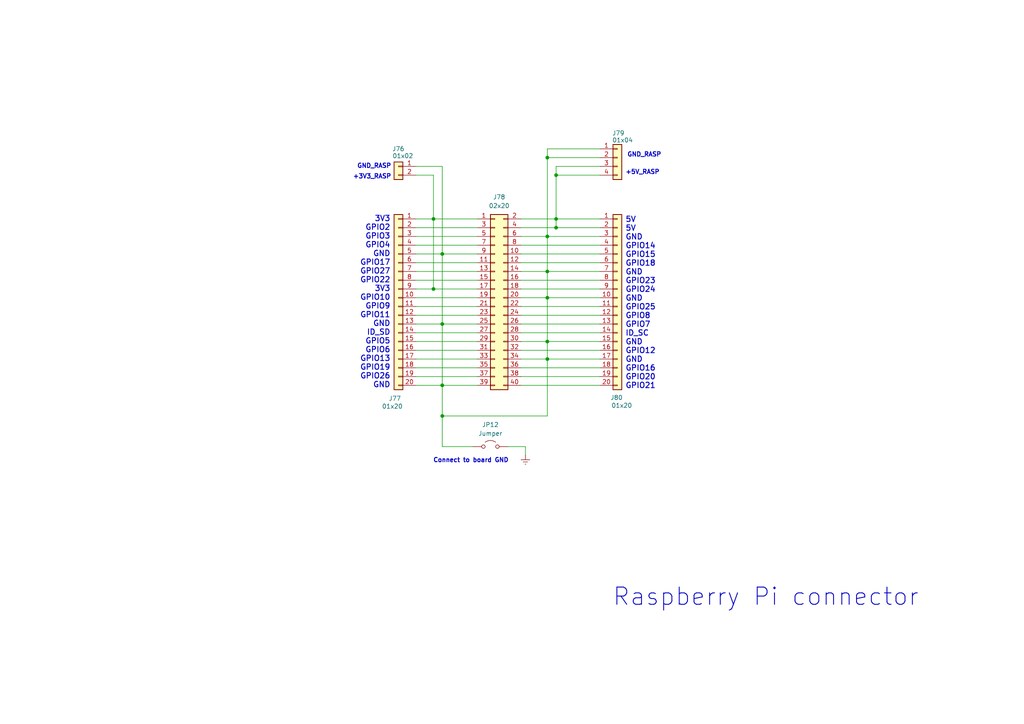
<source format=kicad_sch>
(kicad_sch (version 20231120) (generator "eeschema") (generator_version "8.0")
  (paper "A4")
  (title_block (title "ProtoConn Schematics") (date "2024-12-01") (rev "1") (company "@pakequis"))
  (lib_symbols
    (symbol "Connector_Generic:Conn_01x02" (pin_names (offset 1.016) hide)
      (property "Reference" "J" (at 0 2.54 0))
      (property "Value" "Conn_01x02" (at 0 -5.08 0))
      (symbol "Conn_01x02_1_1"
        (rectangle (start -1.27 -2.413) (end 0 -2.667) (stroke (width 0.1524)))
        (rectangle (start -1.27 0.127) (end 0 -0.127) (stroke (width 0.1524)))
        (rectangle (start -1.27 1.27) (end 1.27 -3.81) (stroke (width 0.254)) (fill (type background)))
        (pin passive line (at -5.08 0 0) (length 3.81) (name "Pin_1") (number "1"))
        (pin passive line (at -5.08 -2.54 0) (length 3.81) (name "Pin_2") (number "2"))
      )
    )
    (symbol "Connector_Generic:Conn_01x04" (pin_names (offset 1.016) hide)
      (property "Reference" "J" (at 0 5.08 0))
      (property "Value" "Conn_01x04" (at 0 -7.62 0))
      (symbol "Conn_01x04_1_1"
        (rectangle (start -1.27 -4.953) (end 0 -5.207) (stroke (width 0.1524)))
        (rectangle (start -1.27 -2.413) (end 0 -2.667) (stroke (width 0.1524)))
        (rectangle (start -1.27 0.127) (end 0 -0.127) (stroke (width 0.1524)))
        (rectangle (start -1.27 2.667) (end 0 2.413) (stroke (width 0.1524)))
        (rectangle (start -1.27 3.81) (end 1.27 -6.35) (stroke (width 0.254)) (fill (type background)))
        (pin passive line (at -5.08 2.54 0) (length 3.81) (name "Pin_1") (number "1"))
        (pin passive line (at -5.08 0 0) (length 3.81) (name "Pin_2") (number "2"))
        (pin passive line (at -5.08 -2.54 0) (length 3.81) (name "Pin_3") (number "3"))
        (pin passive line (at -5.08 -5.08 0) (length 3.81) (name "Pin_4") (number "4"))
      )
    )
    (symbol "Connector_Generic:Conn_01x20" (pin_names (offset 1.016) hide)
      (property "Reference" "J" (at 0 25.4 0))
      (property "Value" "Conn_01x20" (at 0 -27.94 0))
      (symbol "Conn_01x20_1_1"
        (rectangle (start -1.27 -25.273) (end 0 -25.527) (stroke (width 0.1524)))
        (rectangle (start -1.27 -22.733) (end 0 -22.987) (stroke (width 0.1524)))
        (rectangle (start -1.27 -20.193) (end 0 -20.447) (stroke (width 0.1524)))
        (rectangle (start -1.27 -17.653) (end 0 -17.907) (stroke (width 0.1524)))
        (rectangle (start -1.27 -15.113) (end 0 -15.367) (stroke (width 0.1524)))
        (rectangle (start -1.27 -12.573) (end 0 -12.827) (stroke (width 0.1524)))
        (rectangle (start -1.27 -10.033) (end 0 -10.287) (stroke (width 0.1524)))
        (rectangle (start -1.27 -7.493) (end 0 -7.747) (stroke (width 0.1524)))
        (rectangle (start -1.27 -4.953) (end 0 -5.207) (stroke (width 0.1524)))
        (rectangle (start -1.27 -2.413) (end 0 -2.667) (stroke (width 0.1524)))
        (rectangle (start -1.27 0.127) (end 0 -0.127) (stroke (width 0.1524)))
        (rectangle (start -1.27 2.667) (end 0 2.413) (stroke (width 0.1524)))
        (rectangle (start -1.27 5.207) (end 0 4.953) (stroke (width 0.1524)))
        (rectangle (start -1.27 7.747) (end 0 7.493) (stroke (width 0.1524)))
        (rectangle (start -1.27 10.287) (end 0 10.033) (stroke (width 0.1524)))
        (rectangle (start -1.27 12.827) (end 0 12.573) (stroke (width 0.1524)))
        (rectangle (start -1.27 15.367) (end 0 15.113) (stroke (width 0.1524)))
        (rectangle (start -1.27 17.907) (end 0 17.653) (stroke (width 0.1524)))
        (rectangle (start -1.27 20.447) (end 0 20.193) (stroke (width 0.1524)))
        (rectangle (start -1.27 22.987) (end 0 22.733) (stroke (width 0.1524)))
        (rectangle (start -1.27 24.13) (end 1.27 -26.67) (stroke (width 0.254)) (fill (type background)))
        (pin passive line (at -5.08 22.86 0) (length 3.81) (name "Pin_1") (number "1"))
        (pin passive line (at -5.08 0 0) (length 3.81) (name "Pin_10") (number "10"))
        (pin passive line (at -5.08 -2.54 0) (length 3.81) (name "Pin_11") (number "11"))
        (pin passive line (at -5.08 -5.08 0) (length 3.81) (name "Pin_12") (number "12"))
        (pin passive line (at -5.08 -7.62 0) (length 3.81) (name "Pin_13") (number "13"))
        (pin passive line (at -5.08 -10.16 0) (length 3.81) (name "Pin_14") (number "14"))
        (pin passive line (at -5.08 -12.7 0) (length 3.81) (name "Pin_15") (number "15"))
        (pin passive line (at -5.08 -15.24 0) (length 3.81) (name "Pin_16") (number "16"))
        (pin passive line (at -5.08 -17.78 0) (length 3.81) (name "Pin_17") (number "17"))
        (pin passive line (at -5.08 -20.32 0) (length 3.81) (name "Pin_18") (number "18"))
        (pin passive line (at -5.08 -22.86 0) (length 3.81) (name "Pin_19") (number "19"))
        (pin passive line (at -5.08 20.32 0) (length 3.81) (name "Pin_2") (number "2"))
        (pin passive line (at -5.08 -25.4 0) (length 3.81) (name "Pin_20") (number "20"))
        (pin passive line (at -5.08 17.78 0) (length 3.81) (name "Pin_3") (number "3"))
        (pin passive line (at -5.08 15.24 0) (length 3.81) (name "Pin_4") (number "4"))
        (pin passive line (at -5.08 12.7 0) (length 3.81) (name "Pin_5") (number "5"))
        (pin passive line (at -5.08 10.16 0) (length 3.81) (name "Pin_6") (number "6"))
        (pin passive line (at -5.08 7.62 0) (length 3.81) (name "Pin_7") (number "7"))
        (pin passive line (at -5.08 5.08 0) (length 3.81) (name "Pin_8") (number "8"))
        (pin passive line (at -5.08 2.54 0) (length 3.81) (name "Pin_9") (number "9"))
      )
    )
    (symbol "Connector_Generic:Conn_02x20_Odd_Even" (pin_names (offset 1.016) hide)
      (property "Reference" "J" (at 1.27 25.4 0))
      (property "Value" "Conn_02x20_Odd_Even" (at 1.27 -27.94 0))
      (symbol "Conn_02x20_Odd_Even_1_1"
        (rectangle (start -1.27 -25.273) (end 0 -25.527) (stroke (width 0.1524)))
        (rectangle (start -1.27 -22.733) (end 0 -22.987) (stroke (width 0.1524)))
        (rectangle (start -1.27 -20.193) (end 0 -20.447) (stroke (width 0.1524)))
        (rectangle (start -1.27 -17.653) (end 0 -17.907) (stroke (width 0.1524)))
        (rectangle (start -1.27 -15.113) (end 0 -15.367) (stroke (width 0.1524)))
        (rectangle (start -1.27 -12.573) (end 0 -12.827) (stroke (width 0.1524)))
        (rectangle (start -1.27 -10.033) (end 0 -10.287) (stroke (width 0.1524)))
        (rectangle (start -1.27 -7.493) (end 0 -7.747) (stroke (width 0.1524)))
        (rectangle (start -1.27 -4.953) (end 0 -5.207) (stroke (width 0.1524)))
        (rectangle (start -1.27 -2.413) (end 0 -2.667) (stroke (width 0.1524)))
        (rectangle (start -1.27 0.127) (end 0 -0.127) (stroke (width 0.1524)))
        (rectangle (start -1.27 2.667) (end 0 2.413) (stroke (width 0.1524)))
        (rectangle (start -1.27 5.207) (end 0 4.953) (stroke (width 0.1524)))
        (rectangle (start -1.27 7.747) (end 0 7.493) (stroke (width 0.1524)))
        (rectangle (start -1.27 10.287) (end 0 10.033) (stroke (width 0.1524)))
        (rectangle (start -1.27 12.827) (end 0 12.573) (stroke (width 0.1524)))
        (rectangle (start -1.27 15.367) (end 0 15.113) (stroke (width 0.1524)))
        (rectangle (start -1.27 17.907) (end 0 17.653) (stroke (width 0.1524)))
        (rectangle (start -1.27 20.447) (end 0 20.193) (stroke (width 0.1524)))
        (rectangle (start -1.27 22.987) (end 0 22.733) (stroke (width 0.1524)))
        (rectangle (start -1.27 24.13) (end 3.81 -26.67) (stroke (width 0.254)) (fill (type background)))
        (rectangle (start 3.81 -25.273) (end 2.54 -25.527) (stroke (width 0.1524)))
        (rectangle (start 3.81 -22.733) (end 2.54 -22.987) (stroke (width 0.1524)))
        (rectangle (start 3.81 -20.193) (end 2.54 -20.447) (stroke (width 0.1524)))
        (rectangle (start 3.81 -17.653) (end 2.54 -17.907) (stroke (width 0.1524)))
        (rectangle (start 3.81 -15.113) (end 2.54 -15.367) (stroke (width 0.1524)))
        (rectangle (start 3.81 -12.573) (end 2.54 -12.827) (stroke (width 0.1524)))
        (rectangle (start 3.81 -10.033) (end 2.54 -10.287) (stroke (width 0.1524)))
        (rectangle (start 3.81 -7.493) (end 2.54 -7.747) (stroke (width 0.1524)))
        (rectangle (start 3.81 -4.953) (end 2.54 -5.207) (stroke (width 0.1524)))
        (rectangle (start 3.81 -2.413) (end 2.54 -2.667) (stroke (width 0.1524)))
        (rectangle (start 3.81 0.127) (end 2.54 -0.127) (stroke (width 0.1524)))
        (rectangle (start 3.81 2.667) (end 2.54 2.413) (stroke (width 0.1524)))
        (rectangle (start 3.81 5.207) (end 2.54 4.953) (stroke (width 0.1524)))
        (rectangle (start 3.81 7.747) (end 2.54 7.493) (stroke (width 0.1524)))
        (rectangle (start 3.81 10.287) (end 2.54 10.033) (stroke (width 0.1524)))
        (rectangle (start 3.81 12.827) (end 2.54 12.573) (stroke (width 0.1524)))
        (rectangle (start 3.81 15.367) (end 2.54 15.113) (stroke (width 0.1524)))
        (rectangle (start 3.81 17.907) (end 2.54 17.653) (stroke (width 0.1524)))
        (rectangle (start 3.81 20.447) (end 2.54 20.193) (stroke (width 0.1524)))
        (rectangle (start 3.81 22.987) (end 2.54 22.733) (stroke (width 0.1524)))
        (pin passive line (at -5.08 22.86 0) (length 3.81) (name "Pin_1") (number "1"))
        (pin passive line (at 7.62 12.7 180) (length 3.81) (name "Pin_10") (number "10"))
        (pin passive line (at -5.08 10.16 0) (length 3.81) (name "Pin_11") (number "11"))
        (pin passive line (at 7.62 10.16 180) (length 3.81) (name "Pin_12") (number "12"))
        (pin passive line (at -5.08 7.62 0) (length 3.81) (name "Pin_13") (number "13"))
        (pin passive line (at 7.62 7.62 180) (length 3.81) (name "Pin_14") (number "14"))
        (pin passive line (at -5.08 5.08 0) (length 3.81) (name "Pin_15") (number "15"))
        (pin passive line (at 7.62 5.08 180) (length 3.81) (name "Pin_16") (number "16"))
        (pin passive line (at -5.08 2.54 0) (length 3.81) (name "Pin_17") (number "17"))
        (pin passive line (at 7.62 2.54 180) (length 3.81) (name "Pin_18") (number "18"))
        (pin passive line (at -5.08 0 0) (length 3.81) (name "Pin_19") (number "19"))
        (pin passive line (at 7.62 22.86 180) (length 3.81) (name "Pin_2") (number "2"))
        (pin passive line (at 7.62 0 180) (length 3.81) (name "Pin_20") (number "20"))
        (pin passive line (at -5.08 -2.54 0) (length 3.81) (name "Pin_21") (number "21"))
        (pin passive line (at 7.62 -2.54 180) (length 3.81) (name "Pin_22") (number "22"))
        (pin passive line (at -5.08 -5.08 0) (length 3.81) (name "Pin_23") (number "23"))
        (pin passive line (at 7.62 -5.08 180) (length 3.81) (name "Pin_24") (number "24"))
        (pin passive line (at -5.08 -7.62 0) (length 3.81) (name "Pin_25") (number "25"))
        (pin passive line (at 7.62 -7.62 180) (length 3.81) (name "Pin_26") (number "26"))
        (pin passive line (at -5.08 -10.16 0) (length 3.81) (name "Pin_27") (number "27"))
        (pin passive line (at 7.62 -10.16 180) (length 3.81) (name "Pin_28") (number "28"))
        (pin passive line (at -5.08 -12.7 0) (length 3.81) (name "Pin_29") (number "29"))
        (pin passive line (at -5.08 20.32 0) (length 3.81) (name "Pin_3") (number "3"))
        (pin passive line (at 7.62 -12.7 180) (length 3.81) (name "Pin_30") (number "30"))
        (pin passive line (at -5.08 -15.24 0) (length 3.81) (name "Pin_31") (number "31"))
        (pin passive line (at 7.62 -15.24 180) (length 3.81) (name "Pin_32") (number "32"))
        (pin passive line (at -5.08 -17.78 0) (length 3.81) (name "Pin_33") (number "33"))
        (pin passive line (at 7.62 -17.78 180) (length 3.81) (name "Pin_34") (number "34"))
        (pin passive line (at -5.08 -20.32 0) (length 3.81) (name "Pin_35") (number "35"))
        (pin passive line (at 7.62 -20.32 180) (length 3.81) (name "Pin_36") (number "36"))
        (pin passive line (at -5.08 -22.86 0) (length 3.81) (name "Pin_37") (number "37"))
        (pin passive line (at 7.62 -22.86 180) (length 3.81) (name "Pin_38") (number "38"))
        (pin passive line (at -5.08 -25.4 0) (length 3.81) (name "Pin_39") (number "39"))
        (pin passive line (at 7.62 20.32 180) (length 3.81) (name "Pin_4") (number "4"))
        (pin passive line (at 7.62 -25.4 180) (length 3.81) (name "Pin_40") (number "40"))
        (pin passive line (at -5.08 17.78 0) (length 3.81) (name "Pin_5") (number "5"))
        (pin passive line (at 7.62 17.78 180) (length 3.81) (name "Pin_6") (number "6"))
        (pin passive line (at -5.08 15.24 0) (length 3.81) (name "Pin_7") (number "7"))
        (pin passive line (at 7.62 15.24 180) (length 3.81) (name "Pin_8") (number "8"))
        (pin passive line (at -5.08 12.7 0) (length 3.81) (name "Pin_9") (number "9"))
      )
    )
    (symbol "Jumper:Jumper_2_Open" (pin_numbers hide) (pin_names (offset 0) hide) (exclude_from_sim yes)
      (property "Reference" "JP" (at 0 2.794 0))
      (property "Value" "Jumper_2_Open" (at 0 -2.286 0))
      (symbol "Jumper_2_Open_0_0"
        (circle (center -2.032 0) (radius 0.508))
        (circle (center 2.032 0) (radius 0.508))
      )
      (symbol "Jumper_2_Open_0_1"
        (arc (start 1.524 1.27) (mid 0 1.778) (end -1.524 1.27))
      )
      (symbol "Jumper_2_Open_1_1"
        (pin passive line (at -5.08 0 0) (length 2.54) (name "A") (number "1"))
        (pin passive line (at 5.08 0 180) (length 2.54) (name "B") (number "2"))
      )
    )
    (symbol "power:GNDREF" (power) (pin_numbers hide) (pin_names (offset 0) hide)
      (property "Value" "GNDREF" (at 0 -3.81 0))
      (symbol "GNDREF_0_1"
        (polyline (pts (xy -0.635 -1.905) (xy 0.635 -1.905)))
        (polyline (pts (xy -0.127 -2.54) (xy 0.127 -2.54)))
        (polyline (pts (xy 0 -1.27) (xy 0 0)))
        (polyline (pts (xy 1.27 -1.27) (xy -1.27 -1.27)))
      )
      (symbol "GNDREF_1_1"
        (pin power_in line (at 0 0 270) (length 0) (name "~") (number "1"))
      )
    )
  )
  (junction (at 161.29 63.5))
  (junction (at 128.27 73.66))
  (junction (at 158.75 86.36))
  (junction (at 128.27 93.98))
  (junction (at 161.29 50.8))
  (junction (at 125.73 83.82))
  (junction (at 128.27 120.65))
  (junction (at 158.75 78.74))
  (junction (at 158.75 104.14))
  (junction (at 158.75 99.06))
  (junction (at 158.75 45.72))
  (junction (at 128.27 111.76))
  (junction (at 158.75 68.58))
  (junction (at 125.73 63.5))
  (junction (at 161.29 66.04))
  (wire (pts (xy 152.4 129.54) (xy 147.32 129.54)))
  (wire (pts (xy 161.29 63.5) (xy 173.99 63.5)))
  (wire (pts (xy 151.13 88.9) (xy 173.99 88.9)))
  (wire (pts (xy 128.27 93.98) (xy 138.43 93.98)))
  (wire (pts (xy 158.75 68.58) (xy 173.99 68.58)))
  (wire (pts (xy 151.13 109.22) (xy 173.99 109.22)))
  (wire (pts (xy 158.75 78.74) (xy 173.99 78.74)))
  (wire (pts (xy 152.4 132.08) (xy 152.4 129.54)))
  (wire (pts (xy 151.13 86.36) (xy 158.75 86.36)))
  (wire (pts (xy 161.29 63.5) (xy 161.29 66.04)))
  (wire (pts (xy 120.65 76.2) (xy 138.43 76.2)))
  (wire (pts (xy 161.29 66.04) (xy 173.99 66.04)))
  (wire (pts (xy 158.75 99.06) (xy 158.75 104.14)))
  (wire (pts (xy 151.13 93.98) (xy 173.99 93.98)))
  (wire (pts (xy 125.73 63.5) (xy 125.73 83.82)))
  (wire (pts (xy 158.75 86.36) (xy 173.99 86.36)))
  (wire (pts (xy 125.73 83.82) (xy 138.43 83.82)))
  (wire (pts (xy 125.73 50.8) (xy 125.73 63.5)))
  (wire (pts (xy 161.29 48.26) (xy 161.29 50.8)))
  (wire (pts (xy 120.65 71.12) (xy 138.43 71.12)))
  (wire (pts (xy 120.65 81.28) (xy 138.43 81.28)))
  (wire (pts (xy 151.13 66.04) (xy 161.29 66.04)))
  (wire (pts (xy 151.13 83.82) (xy 173.99 83.82)))
  (wire (pts (xy 151.13 101.6) (xy 173.99 101.6)))
  (wire (pts (xy 120.65 93.98) (xy 128.27 93.98)))
  (wire (pts (xy 151.13 81.28) (xy 173.99 81.28)))
  (wire (pts (xy 151.13 78.74) (xy 158.75 78.74)))
  (wire (pts (xy 151.13 91.44) (xy 173.99 91.44)))
  (wire (pts (xy 158.75 78.74) (xy 158.75 86.36)))
  (wire (pts (xy 120.65 101.6) (xy 138.43 101.6)))
  (wire (pts (xy 158.75 99.06) (xy 173.99 99.06)))
  (wire (pts (xy 125.73 63.5) (xy 138.43 63.5)))
  (wire (pts (xy 151.13 106.68) (xy 173.99 106.68)))
  (wire (pts (xy 120.65 86.36) (xy 138.43 86.36)))
  (wire (pts (xy 158.75 104.14) (xy 158.75 120.65)))
  (wire (pts (xy 158.75 68.58) (xy 158.75 78.74)))
  (wire (pts (xy 173.99 48.26) (xy 161.29 48.26)))
  (wire (pts (xy 151.13 71.12) (xy 173.99 71.12)))
  (wire (pts (xy 120.65 48.26) (xy 128.27 48.26)))
  (wire (pts (xy 151.13 96.52) (xy 173.99 96.52)))
  (wire (pts (xy 151.13 99.06) (xy 158.75 99.06)))
  (wire (pts (xy 120.65 109.22) (xy 138.43 109.22)))
  (wire (pts (xy 151.13 73.66) (xy 173.99 73.66)))
  (wire (pts (xy 128.27 129.54) (xy 128.27 120.65)))
  (wire (pts (xy 151.13 104.14) (xy 158.75 104.14)))
  (wire (pts (xy 120.65 73.66) (xy 128.27 73.66)))
  (wire (pts (xy 128.27 111.76) (xy 128.27 120.65)))
  (wire (pts (xy 120.65 78.74) (xy 138.43 78.74)))
  (wire (pts (xy 151.13 76.2) (xy 173.99 76.2)))
  (wire (pts (xy 151.13 68.58) (xy 158.75 68.58)))
  (wire (pts (xy 120.65 104.14) (xy 138.43 104.14)))
  (wire (pts (xy 173.99 45.72) (xy 158.75 45.72)))
  (wire (pts (xy 151.13 63.5) (xy 161.29 63.5)))
  (wire (pts (xy 173.99 50.8) (xy 161.29 50.8)))
  (wire (pts (xy 120.65 99.06) (xy 138.43 99.06)))
  (wire (pts (xy 128.27 48.26) (xy 128.27 73.66)))
  (wire (pts (xy 128.27 93.98) (xy 128.27 111.76)))
  (wire (pts (xy 128.27 73.66) (xy 128.27 93.98)))
  (wire (pts (xy 137.16 129.54) (xy 128.27 129.54)))
  (wire (pts (xy 120.65 68.58) (xy 138.43 68.58)))
  (wire (pts (xy 128.27 111.76) (xy 138.43 111.76)))
  (wire (pts (xy 128.27 120.65) (xy 158.75 120.65)))
  (wire (pts (xy 173.99 43.18) (xy 158.75 43.18)))
  (wire (pts (xy 120.65 106.68) (xy 138.43 106.68)))
  (wire (pts (xy 161.29 50.8) (xy 161.29 63.5)))
  (wire (pts (xy 158.75 86.36) (xy 158.75 99.06)))
  (wire (pts (xy 120.65 96.52) (xy 138.43 96.52)))
  (wire (pts (xy 120.65 63.5) (xy 125.73 63.5)))
  (wire (pts (xy 120.65 83.82) (xy 125.73 83.82)))
  (wire (pts (xy 151.13 111.76) (xy 173.99 111.76)))
  (wire (pts (xy 120.65 66.04) (xy 138.43 66.04)))
  (wire (pts (xy 120.65 50.8) (xy 125.73 50.8)))
  (wire (pts (xy 120.65 111.76) (xy 128.27 111.76)))
  (wire (pts (xy 120.65 91.44) (xy 138.43 91.44)))
  (wire (pts (xy 128.27 73.66) (xy 138.43 73.66)))
  (wire (pts (xy 158.75 45.72) (xy 158.75 68.58)))
  (wire (pts (xy 120.65 88.9) (xy 138.43 88.9)))
  (wire (pts (xy 158.75 43.18) (xy 158.75 45.72)))
  (wire (pts (xy 158.75 104.14) (xy 173.99 104.14)))
  (text "3V3\nGPIO2\nGPIO3\nGPIO4\nGND\nGPIO17\nGPIO27\nGPIO22\n3V3\nGPIO10\nGPIO9\nGPIO11\nGND\nID_SD\nGPIO5\nGPIO6\nGPIO13\nGPIO19\nGPIO26\nGND" (at 113.284 87.63 0) (effects (font (size 1.5748 1.5748) (thickness 0.254) (bold yes)) (justify right)))
  (text "GND_RASP" (at 181.864 44.958 0) (effects (font (size 1.27 1.27) (thickness 0.254) (bold yes)) (justify left)))
  (text "GND_RASP" (at 113.538 48.26 0) (effects (font (size 1.27 1.27) (thickness 0.254) (bold yes)) (justify right)))
  (text "5V\n5V\nGND\nGPIO14\nGPIO15\nGPIO18\nGND\nGPIO23\nGPIO24\nGND\nGPIO25\nGPIO8\nGPIO7\nID_SC\nGND\nGPIO12\nGND\nGPIO16\nGPIO20\nGPIO21" (at 181.356 87.884 0) (effects (font (size 1.5748 1.5748) (thickness 0.254) (bold yes)) (justify left)))
  (text "Connect to board GND" (at 147.574 133.604 0) (effects (font (size 1.27 1.27) (thickness 0.254) (bold yes)) (justify right)))
  (text "Raspberry Pi connector" (at 266.7 173.228 0) (effects (font (size 5 5) (thickness 0.254) (bold yes)) (justify right)))
  (text "+3V3_RASP" (at 113.538 51.308 0) (effects (font (size 1.27 1.27) (thickness 0.254) (bold yes)) (justify right)))
  (text "+5V_RASP" (at 181.356 50.038 0) (effects (font (size 1.27 1.27) (thickness 0.254) (bold yes)) (justify left)))
  (symbol (lib_id "Connector_Generic:Conn_01x04") (at 179.07 45.72 0) (unit 1)
    (property "Reference" "J79" (at 177.546 38.608 0) (effects (justify left)))
    (property "Value" "01x04" (at 177.546 40.64 0) (effects (justify left)))
    (property "Footprint" "Connector_PinHeader_2.54mm:PinHeader_1x04_P2.54mm_Vertical" (effects (hide yes)))
    (property "Description" "Generic connector, single row, 01x04, script generated (kicad-library-utils/schlib/autogen/connector/)" (effects (hide yes)))
  )
  (symbol (lib_id "Connector_Generic:Conn_01x02") (at 115.57 48.26 0) (mirror y) (unit 1)
    (property "Reference" "J76" (at 117.348 43.18 0) (effects (justify left)))
    (property "Value" "01x02" (at 119.888 45.212 0) (effects (justify left)))
    (property "Footprint" "Connector_PinHeader_2.54mm:PinHeader_1x02_P2.54mm_Vertical" (effects (hide yes)))
    (property "Description" "Generic connector, single row, 01x02, script generated (kicad-library-utils/schlib/autogen/connector/)" (effects (hide yes)))
  )
  (symbol (lib_id "Connector_Generic:Conn_01x20") (at 179.07 86.36 0) (unit 1)
    (property "Reference" "J80" (at 177.038 115.316 0) (effects (justify left)))
    (property "Value" "01x20" (at 177.292 117.602 0) (effects (justify left)))
    (property "Footprint" "Connector_PinHeader_2.54mm:PinHeader_1x20_P2.54mm_Vertical" (effects (hide yes)))
    (property "Description" "Generic connector, single row, 01x20, script generated (kicad-library-utils/schlib/autogen/connector/)" (effects (hide yes)))
  )
  (symbol (lib_id "Connector_Generic:Conn_01x20") (at 115.57 86.36 0) (mirror y) (unit 1)
    (property "Reference" "J77" (at 116.332 115.57 0) (effects (justify left)))
    (property "Value" "01x20" (at 116.84 117.856 0) (effects (justify left)))
    (property "Footprint" "Connector_PinHeader_2.54mm:PinHeader_1x20_P2.54mm_Vertical" (effects (hide yes)))
    (property "Description" "Generic connector, single row, 01x20, script generated (kicad-library-utils/schlib/autogen/connector/)" (effects (hide yes)))
  )
  (symbol (lib_id "Jumper:Jumper_2_Open") (at 142.24 129.54 0) (unit 1) (exclude_from_sim yes)
    (property "Reference" "JP12" (at 142.24 123.19 0))
    (property "Value" "Jumper" (at 142.24 125.73 0))
    (property "Footprint" "Connector_PinHeader_2.54mm:PinHeader_1x02_P2.54mm_Vertical" (effects (hide yes)))
    (property "Description" "Jumper, 2-pole, open" (effects (hide yes)))
  )
  (symbol (lib_id "power:GNDREF") (at 152.4 132.08 0) (unit 1)
    (property "Reference" "#PWR014" (effects (hide yes)))
    (property "Value" "GNDREF" (effects (hide yes)))
    (property "Description" "Power symbol creates a global label with name \"GNDREF\" , reference supply ground" (effects (hide yes)))
  )
  (symbol (lib_id "Connector_Generic:Conn_02x20_Odd_Even") (at 143.51 86.36 0) (unit 1)
    (property "Reference" "J78" (at 144.78 57.15 0))
    (property "Value" "02x20" (at 144.78 59.69 0))
    (property "Footprint" "Connector_PinHeader_2.54mm:PinHeader_2x20_P2.54mm_Vertical" (effects (hide yes)))
    (property "Description" "Generic connector, double row, 02x20, odd/even pin numbering scheme (row 1 odd numbers, row 2 even numbers), script generated (kicad-library-utils/schlib/autogen/connector/)" (effects (hide yes)))
  )
)
</source>
